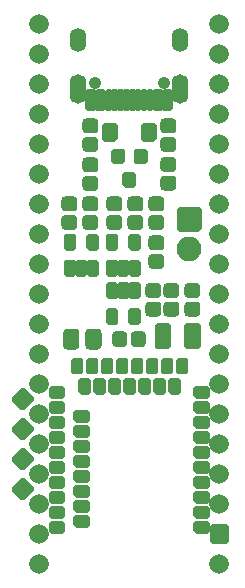
<source format=gbr>
G04 #@! TF.GenerationSoftware,KiCad,Pcbnew,(5.1.8)-1*
G04 #@! TF.CreationDate,2021-04-26T09:33:22+02:00*
G04 #@! TF.ProjectId,BlueMacro,426c7565-4d61-4637-926f-2e6b69636164,rev?*
G04 #@! TF.SameCoordinates,Original*
G04 #@! TF.FileFunction,Soldermask,Top*
G04 #@! TF.FilePolarity,Negative*
%FSLAX46Y46*%
G04 Gerber Fmt 4.6, Leading zero omitted, Abs format (unit mm)*
G04 Created by KiCad (PCBNEW (5.1.8)-1) date 2021-04-26 09:33:22*
%MOMM*%
%LPD*%
G01*
G04 APERTURE LIST*
%ADD10C,1.670000*%
%ADD11O,2.100000X2.100000*%
%ADD12O,1.400000X2.000000*%
%ADD13O,1.400000X2.500000*%
%ADD14C,1.050000*%
G04 APERTURE END LIST*
D10*
X55880000Y-27940000D03*
X40640000Y-27940000D03*
X55880000Y-73660000D03*
X40640000Y-73660000D03*
X40640000Y-71120000D03*
X40640000Y-68580000D03*
X40640000Y-66040000D03*
X40640000Y-63500000D03*
X40640000Y-60960000D03*
X40640000Y-53340000D03*
X40640000Y-50800000D03*
X40640000Y-48260000D03*
X40640000Y-55880000D03*
X40640000Y-58420000D03*
G36*
G01*
X56505000Y-71945000D02*
X55255000Y-71945000D01*
G75*
G02*
X55055000Y-71745000I0J200000D01*
G01*
X55055000Y-70495000D01*
G75*
G02*
X55255000Y-70295000I200000J0D01*
G01*
X56505000Y-70295000D01*
G75*
G02*
X56705000Y-70495000I0J-200000D01*
G01*
X56705000Y-71745000D01*
G75*
G02*
X56505000Y-71945000I-200000J0D01*
G01*
G37*
X55880000Y-68580000D03*
X55880000Y-66040000D03*
X55880000Y-63500000D03*
X55880000Y-60960000D03*
X55880000Y-58420000D03*
X55880000Y-55880000D03*
X55880000Y-53340000D03*
X55880000Y-50800000D03*
X55880000Y-48260000D03*
X55880000Y-45720000D03*
X55880000Y-43180000D03*
X40640000Y-45720000D03*
X40640000Y-43180000D03*
X40640000Y-40640000D03*
X40640000Y-38100000D03*
X40640000Y-35560000D03*
X40640000Y-33020000D03*
X40640000Y-30480000D03*
X55880000Y-30480000D03*
X55880000Y-33020000D03*
X55880000Y-35560000D03*
X55880000Y-38100000D03*
X55880000Y-40640000D03*
G36*
G01*
X45960000Y-37684000D02*
X45960000Y-36484000D01*
G75*
G02*
X46160000Y-36284000I200000J0D01*
G01*
X47060000Y-36284000D01*
G75*
G02*
X47260000Y-36484000I0J-200000D01*
G01*
X47260000Y-37684000D01*
G75*
G02*
X47060000Y-37884000I-200000J0D01*
G01*
X46160000Y-37884000D01*
G75*
G02*
X45960000Y-37684000I0J200000D01*
G01*
G37*
G36*
G01*
X49260000Y-37684000D02*
X49260000Y-36484000D01*
G75*
G02*
X49460000Y-36284000I200000J0D01*
G01*
X50360000Y-36284000D01*
G75*
G02*
X50560000Y-36484000I0J-200000D01*
G01*
X50560000Y-37684000D01*
G75*
G02*
X50360000Y-37884000I-200000J0D01*
G01*
X49460000Y-37884000D01*
G75*
G02*
X49260000Y-37684000I0J200000D01*
G01*
G37*
G36*
G01*
X52290000Y-45300000D02*
X52290000Y-43600000D01*
G75*
G02*
X52490000Y-43400000I200000J0D01*
G01*
X54190000Y-43400000D01*
G75*
G02*
X54390000Y-43600000I0J-200000D01*
G01*
X54390000Y-45300000D01*
G75*
G02*
X54190000Y-45500000I-200000J0D01*
G01*
X52490000Y-45500000D01*
G75*
G02*
X52290000Y-45300000I0J200000D01*
G01*
G37*
D11*
X53340000Y-46990000D03*
D12*
X43940000Y-29270000D03*
X52580000Y-29270000D03*
D13*
X43940000Y-33450000D03*
X52580000Y-33450000D03*
D14*
X51150000Y-32920000D03*
X45370000Y-32920000D03*
G36*
G01*
X48860000Y-33640000D02*
X48860000Y-35090000D01*
G75*
G02*
X48660000Y-35290000I-200000J0D01*
G01*
X48360000Y-35290000D01*
G75*
G02*
X48160000Y-35090000I0J200000D01*
G01*
X48160000Y-33640000D01*
G75*
G02*
X48360000Y-33440000I200000J0D01*
G01*
X48660000Y-33440000D01*
G75*
G02*
X48860000Y-33640000I0J-200000D01*
G01*
G37*
G36*
G01*
X48360000Y-33640000D02*
X48360000Y-35090000D01*
G75*
G02*
X48160000Y-35290000I-200000J0D01*
G01*
X47860000Y-35290000D01*
G75*
G02*
X47660000Y-35090000I0J200000D01*
G01*
X47660000Y-33640000D01*
G75*
G02*
X47860000Y-33440000I200000J0D01*
G01*
X48160000Y-33440000D01*
G75*
G02*
X48360000Y-33640000I0J-200000D01*
G01*
G37*
G36*
G01*
X47860000Y-33640000D02*
X47860000Y-35090000D01*
G75*
G02*
X47660000Y-35290000I-200000J0D01*
G01*
X47360000Y-35290000D01*
G75*
G02*
X47160000Y-35090000I0J200000D01*
G01*
X47160000Y-33640000D01*
G75*
G02*
X47360000Y-33440000I200000J0D01*
G01*
X47660000Y-33440000D01*
G75*
G02*
X47860000Y-33640000I0J-200000D01*
G01*
G37*
G36*
G01*
X49360000Y-33640000D02*
X49360000Y-35090000D01*
G75*
G02*
X49160000Y-35290000I-200000J0D01*
G01*
X48860000Y-35290000D01*
G75*
G02*
X48660000Y-35090000I0J200000D01*
G01*
X48660000Y-33640000D01*
G75*
G02*
X48860000Y-33440000I200000J0D01*
G01*
X49160000Y-33440000D01*
G75*
G02*
X49360000Y-33640000I0J-200000D01*
G01*
G37*
G36*
G01*
X47360000Y-33640000D02*
X47360000Y-35090000D01*
G75*
G02*
X47160000Y-35290000I-200000J0D01*
G01*
X46860000Y-35290000D01*
G75*
G02*
X46660000Y-35090000I0J200000D01*
G01*
X46660000Y-33640000D01*
G75*
G02*
X46860000Y-33440000I200000J0D01*
G01*
X47160000Y-33440000D01*
G75*
G02*
X47360000Y-33640000I0J-200000D01*
G01*
G37*
G36*
G01*
X49860000Y-33640000D02*
X49860000Y-35090000D01*
G75*
G02*
X49660000Y-35290000I-200000J0D01*
G01*
X49360000Y-35290000D01*
G75*
G02*
X49160000Y-35090000I0J200000D01*
G01*
X49160000Y-33640000D01*
G75*
G02*
X49360000Y-33440000I200000J0D01*
G01*
X49660000Y-33440000D01*
G75*
G02*
X49860000Y-33640000I0J-200000D01*
G01*
G37*
G36*
G01*
X46860000Y-33640000D02*
X46860000Y-35090000D01*
G75*
G02*
X46660000Y-35290000I-200000J0D01*
G01*
X46360000Y-35290000D01*
G75*
G02*
X46160000Y-35090000I0J200000D01*
G01*
X46160000Y-33640000D01*
G75*
G02*
X46360000Y-33440000I200000J0D01*
G01*
X46660000Y-33440000D01*
G75*
G02*
X46860000Y-33640000I0J-200000D01*
G01*
G37*
G36*
G01*
X50360000Y-33640000D02*
X50360000Y-35090000D01*
G75*
G02*
X50160000Y-35290000I-200000J0D01*
G01*
X49860000Y-35290000D01*
G75*
G02*
X49660000Y-35090000I0J200000D01*
G01*
X49660000Y-33640000D01*
G75*
G02*
X49860000Y-33440000I200000J0D01*
G01*
X50160000Y-33440000D01*
G75*
G02*
X50360000Y-33640000I0J-200000D01*
G01*
G37*
G36*
G01*
X51210000Y-33640000D02*
X51210000Y-35090000D01*
G75*
G02*
X51010000Y-35290000I-200000J0D01*
G01*
X50410000Y-35290000D01*
G75*
G02*
X50210000Y-35090000I0J200000D01*
G01*
X50210000Y-33640000D01*
G75*
G02*
X50410000Y-33440000I200000J0D01*
G01*
X51010000Y-33440000D01*
G75*
G02*
X51210000Y-33640000I0J-200000D01*
G01*
G37*
G36*
G01*
X46310000Y-33640000D02*
X46310000Y-35090000D01*
G75*
G02*
X46110000Y-35290000I-200000J0D01*
G01*
X45510000Y-35290000D01*
G75*
G02*
X45310000Y-35090000I0J200000D01*
G01*
X45310000Y-33640000D01*
G75*
G02*
X45510000Y-33440000I200000J0D01*
G01*
X46110000Y-33440000D01*
G75*
G02*
X46310000Y-33640000I0J-200000D01*
G01*
G37*
G36*
G01*
X51985000Y-33640000D02*
X51985000Y-35090000D01*
G75*
G02*
X51785000Y-35290000I-200000J0D01*
G01*
X51185000Y-35290000D01*
G75*
G02*
X50985000Y-35090000I0J200000D01*
G01*
X50985000Y-33640000D01*
G75*
G02*
X51185000Y-33440000I200000J0D01*
G01*
X51785000Y-33440000D01*
G75*
G02*
X51985000Y-33640000I0J-200000D01*
G01*
G37*
G36*
G01*
X45535000Y-33640000D02*
X45535000Y-35090000D01*
G75*
G02*
X45335000Y-35290000I-200000J0D01*
G01*
X44735000Y-35290000D01*
G75*
G02*
X44535000Y-35090000I0J200000D01*
G01*
X44535000Y-33640000D01*
G75*
G02*
X44735000Y-33440000I200000J0D01*
G01*
X45335000Y-33440000D01*
G75*
G02*
X45535000Y-33640000I0J-200000D01*
G01*
G37*
G36*
G01*
X42649500Y-55166250D02*
X42649500Y-54053750D01*
G75*
G02*
X42993250Y-53710000I343750J0D01*
G01*
X43680750Y-53710000D01*
G75*
G02*
X44024500Y-54053750I0J-343750D01*
G01*
X44024500Y-55166250D01*
G75*
G02*
X43680750Y-55510000I-343750J0D01*
G01*
X42993250Y-55510000D01*
G75*
G02*
X42649500Y-55166250I0J343750D01*
G01*
G37*
G36*
G01*
X44524500Y-55166250D02*
X44524500Y-54053750D01*
G75*
G02*
X44868250Y-53710000I343750J0D01*
G01*
X45555750Y-53710000D01*
G75*
G02*
X45899500Y-54053750I0J-343750D01*
G01*
X45899500Y-55166250D01*
G75*
G02*
X45555750Y-55510000I-343750J0D01*
G01*
X44868250Y-55510000D01*
G75*
G02*
X44524500Y-55166250I0J343750D01*
G01*
G37*
G36*
G01*
X48810000Y-38482000D02*
X49610000Y-38482000D01*
G75*
G02*
X49810000Y-38682000I0J-200000D01*
G01*
X49810000Y-39582000D01*
G75*
G02*
X49610000Y-39782000I-200000J0D01*
G01*
X48810000Y-39782000D01*
G75*
G02*
X48610000Y-39582000I0J200000D01*
G01*
X48610000Y-38682000D01*
G75*
G02*
X48810000Y-38482000I200000J0D01*
G01*
G37*
G36*
G01*
X46910000Y-38482000D02*
X47710000Y-38482000D01*
G75*
G02*
X47910000Y-38682000I0J-200000D01*
G01*
X47910000Y-39582000D01*
G75*
G02*
X47710000Y-39782000I-200000J0D01*
G01*
X46910000Y-39782000D01*
G75*
G02*
X46710000Y-39582000I0J200000D01*
G01*
X46710000Y-38682000D01*
G75*
G02*
X46910000Y-38482000I200000J0D01*
G01*
G37*
G36*
G01*
X47860000Y-40482000D02*
X48660000Y-40482000D01*
G75*
G02*
X48860000Y-40682000I0J-200000D01*
G01*
X48860000Y-41582000D01*
G75*
G02*
X48660000Y-41782000I-200000J0D01*
G01*
X47860000Y-41782000D01*
G75*
G02*
X47660000Y-41582000I0J200000D01*
G01*
X47660000Y-40682000D01*
G75*
G02*
X47860000Y-40482000I200000J0D01*
G01*
G37*
G36*
G01*
X47127000Y-47128000D02*
X46477000Y-47128000D01*
G75*
G02*
X46277000Y-46928000I0J200000D01*
G01*
X46277000Y-45868000D01*
G75*
G02*
X46477000Y-45668000I200000J0D01*
G01*
X47127000Y-45668000D01*
G75*
G02*
X47327000Y-45868000I0J-200000D01*
G01*
X47327000Y-46928000D01*
G75*
G02*
X47127000Y-47128000I-200000J0D01*
G01*
G37*
G36*
G01*
X49027000Y-47128000D02*
X48377000Y-47128000D01*
G75*
G02*
X48177000Y-46928000I0J200000D01*
G01*
X48177000Y-45868000D01*
G75*
G02*
X48377000Y-45668000I200000J0D01*
G01*
X49027000Y-45668000D01*
G75*
G02*
X49227000Y-45868000I0J-200000D01*
G01*
X49227000Y-46928000D01*
G75*
G02*
X49027000Y-47128000I-200000J0D01*
G01*
G37*
G36*
G01*
X49027000Y-49328000D02*
X48377000Y-49328000D01*
G75*
G02*
X48177000Y-49128000I0J200000D01*
G01*
X48177000Y-48068000D01*
G75*
G02*
X48377000Y-47868000I200000J0D01*
G01*
X49027000Y-47868000D01*
G75*
G02*
X49227000Y-48068000I0J-200000D01*
G01*
X49227000Y-49128000D01*
G75*
G02*
X49027000Y-49328000I-200000J0D01*
G01*
G37*
G36*
G01*
X48077000Y-49328000D02*
X47427000Y-49328000D01*
G75*
G02*
X47227000Y-49128000I0J200000D01*
G01*
X47227000Y-48068000D01*
G75*
G02*
X47427000Y-47868000I200000J0D01*
G01*
X48077000Y-47868000D01*
G75*
G02*
X48277000Y-48068000I0J-200000D01*
G01*
X48277000Y-49128000D01*
G75*
G02*
X48077000Y-49328000I-200000J0D01*
G01*
G37*
G36*
G01*
X47127000Y-49328000D02*
X46477000Y-49328000D01*
G75*
G02*
X46277000Y-49128000I0J200000D01*
G01*
X46277000Y-48068000D01*
G75*
G02*
X46477000Y-47868000I200000J0D01*
G01*
X47127000Y-47868000D01*
G75*
G02*
X47327000Y-48068000I0J-200000D01*
G01*
X47327000Y-49128000D01*
G75*
G02*
X47127000Y-49328000I-200000J0D01*
G01*
G37*
G36*
G01*
X48377000Y-49775000D02*
X49027000Y-49775000D01*
G75*
G02*
X49227000Y-49975000I0J-200000D01*
G01*
X49227000Y-51035000D01*
G75*
G02*
X49027000Y-51235000I-200000J0D01*
G01*
X48377000Y-51235000D01*
G75*
G02*
X48177000Y-51035000I0J200000D01*
G01*
X48177000Y-49975000D01*
G75*
G02*
X48377000Y-49775000I200000J0D01*
G01*
G37*
G36*
G01*
X47427000Y-49775000D02*
X48077000Y-49775000D01*
G75*
G02*
X48277000Y-49975000I0J-200000D01*
G01*
X48277000Y-51035000D01*
G75*
G02*
X48077000Y-51235000I-200000J0D01*
G01*
X47427000Y-51235000D01*
G75*
G02*
X47227000Y-51035000I0J200000D01*
G01*
X47227000Y-49975000D01*
G75*
G02*
X47427000Y-49775000I200000J0D01*
G01*
G37*
G36*
G01*
X46477000Y-49775000D02*
X47127000Y-49775000D01*
G75*
G02*
X47327000Y-49975000I0J-200000D01*
G01*
X47327000Y-51035000D01*
G75*
G02*
X47127000Y-51235000I-200000J0D01*
G01*
X46477000Y-51235000D01*
G75*
G02*
X46277000Y-51035000I0J200000D01*
G01*
X46277000Y-49975000D01*
G75*
G02*
X46477000Y-49775000I200000J0D01*
G01*
G37*
G36*
G01*
X46477000Y-51975000D02*
X47127000Y-51975000D01*
G75*
G02*
X47327000Y-52175000I0J-200000D01*
G01*
X47327000Y-53235000D01*
G75*
G02*
X47127000Y-53435000I-200000J0D01*
G01*
X46477000Y-53435000D01*
G75*
G02*
X46277000Y-53235000I0J200000D01*
G01*
X46277000Y-52175000D01*
G75*
G02*
X46477000Y-51975000I200000J0D01*
G01*
G37*
G36*
G01*
X48377000Y-51975000D02*
X49027000Y-51975000D01*
G75*
G02*
X49227000Y-52175000I0J-200000D01*
G01*
X49227000Y-53235000D01*
G75*
G02*
X49027000Y-53435000I-200000J0D01*
G01*
X48377000Y-53435000D01*
G75*
G02*
X48177000Y-53235000I0J200000D01*
G01*
X48177000Y-52175000D01*
G75*
G02*
X48377000Y-51975000I200000J0D01*
G01*
G37*
G36*
G01*
X52894000Y-55256000D02*
X52894000Y-53456000D01*
G75*
G02*
X53094000Y-53256000I200000J0D01*
G01*
X54094000Y-53256000D01*
G75*
G02*
X54294000Y-53456000I0J-200000D01*
G01*
X54294000Y-55256000D01*
G75*
G02*
X54094000Y-55456000I-200000J0D01*
G01*
X53094000Y-55456000D01*
G75*
G02*
X52894000Y-55256000I0J200000D01*
G01*
G37*
G36*
G01*
X50394000Y-55256000D02*
X50394000Y-53456000D01*
G75*
G02*
X50594000Y-53256000I200000J0D01*
G01*
X51594000Y-53256000D01*
G75*
G02*
X51794000Y-53456000I0J-200000D01*
G01*
X51794000Y-55256000D01*
G75*
G02*
X51594000Y-55456000I-200000J0D01*
G01*
X50594000Y-55456000D01*
G75*
G02*
X50394000Y-55256000I0J200000D01*
G01*
G37*
G36*
G01*
X47758000Y-59107000D02*
X47758000Y-58107000D01*
G75*
G02*
X47958000Y-57907000I200000J0D01*
G01*
X48608000Y-57907000D01*
G75*
G02*
X48808000Y-58107000I0J-200000D01*
G01*
X48808000Y-59107000D01*
G75*
G02*
X48608000Y-59307000I-200000J0D01*
G01*
X47958000Y-59307000D01*
G75*
G02*
X47758000Y-59107000I0J200000D01*
G01*
G37*
G36*
G01*
X43948000Y-59107000D02*
X43948000Y-58107000D01*
G75*
G02*
X44148000Y-57907000I200000J0D01*
G01*
X44798000Y-57907000D01*
G75*
G02*
X44998000Y-58107000I0J-200000D01*
G01*
X44998000Y-59107000D01*
G75*
G02*
X44798000Y-59307000I-200000J0D01*
G01*
X44148000Y-59307000D01*
G75*
G02*
X43948000Y-59107000I0J200000D01*
G01*
G37*
G36*
G01*
X45218000Y-59107000D02*
X45218000Y-58107000D01*
G75*
G02*
X45418000Y-57907000I200000J0D01*
G01*
X46068000Y-57907000D01*
G75*
G02*
X46268000Y-58107000I0J-200000D01*
G01*
X46268000Y-59107000D01*
G75*
G02*
X46068000Y-59307000I-200000J0D01*
G01*
X45418000Y-59307000D01*
G75*
G02*
X45218000Y-59107000I0J200000D01*
G01*
G37*
G36*
G01*
X49028000Y-59107000D02*
X49028000Y-58107000D01*
G75*
G02*
X49228000Y-57907000I200000J0D01*
G01*
X49878000Y-57907000D01*
G75*
G02*
X50078000Y-58107000I0J-200000D01*
G01*
X50078000Y-59107000D01*
G75*
G02*
X49878000Y-59307000I-200000J0D01*
G01*
X49228000Y-59307000D01*
G75*
G02*
X49028000Y-59107000I0J200000D01*
G01*
G37*
G36*
G01*
X46488000Y-59107000D02*
X46488000Y-58107000D01*
G75*
G02*
X46688000Y-57907000I200000J0D01*
G01*
X47338000Y-57907000D01*
G75*
G02*
X47538000Y-58107000I0J-200000D01*
G01*
X47538000Y-59107000D01*
G75*
G02*
X47338000Y-59307000I-200000J0D01*
G01*
X46688000Y-59307000D01*
G75*
G02*
X46488000Y-59107000I0J200000D01*
G01*
G37*
G36*
G01*
X51568000Y-59107000D02*
X51568000Y-58107000D01*
G75*
G02*
X51768000Y-57907000I200000J0D01*
G01*
X52418000Y-57907000D01*
G75*
G02*
X52618000Y-58107000I0J-200000D01*
G01*
X52618000Y-59107000D01*
G75*
G02*
X52418000Y-59307000I-200000J0D01*
G01*
X51768000Y-59307000D01*
G75*
G02*
X51568000Y-59107000I0J200000D01*
G01*
G37*
G36*
G01*
X50298000Y-59107000D02*
X50298000Y-58107000D01*
G75*
G02*
X50498000Y-57907000I200000J0D01*
G01*
X51148000Y-57907000D01*
G75*
G02*
X51348000Y-58107000I0J-200000D01*
G01*
X51348000Y-59107000D01*
G75*
G02*
X51148000Y-59307000I-200000J0D01*
G01*
X50498000Y-59307000D01*
G75*
G02*
X50298000Y-59107000I0J200000D01*
G01*
G37*
G36*
G01*
X43719000Y-69512000D02*
X44719000Y-69512000D01*
G75*
G02*
X44919000Y-69712000I0J-200000D01*
G01*
X44919000Y-70362000D01*
G75*
G02*
X44719000Y-70562000I-200000J0D01*
G01*
X43719000Y-70562000D01*
G75*
G02*
X43519000Y-70362000I0J200000D01*
G01*
X43519000Y-69712000D01*
G75*
G02*
X43719000Y-69512000I200000J0D01*
G01*
G37*
G36*
G01*
X43719000Y-68242000D02*
X44719000Y-68242000D01*
G75*
G02*
X44919000Y-68442000I0J-200000D01*
G01*
X44919000Y-69092000D01*
G75*
G02*
X44719000Y-69292000I-200000J0D01*
G01*
X43719000Y-69292000D01*
G75*
G02*
X43519000Y-69092000I0J200000D01*
G01*
X43519000Y-68442000D01*
G75*
G02*
X43719000Y-68242000I200000J0D01*
G01*
G37*
G36*
G01*
X43719000Y-66972000D02*
X44719000Y-66972000D01*
G75*
G02*
X44919000Y-67172000I0J-200000D01*
G01*
X44919000Y-67822000D01*
G75*
G02*
X44719000Y-68022000I-200000J0D01*
G01*
X43719000Y-68022000D01*
G75*
G02*
X43519000Y-67822000I0J200000D01*
G01*
X43519000Y-67172000D01*
G75*
G02*
X43719000Y-66972000I200000J0D01*
G01*
G37*
G36*
G01*
X43719000Y-65702000D02*
X44719000Y-65702000D01*
G75*
G02*
X44919000Y-65902000I0J-200000D01*
G01*
X44919000Y-66552000D01*
G75*
G02*
X44719000Y-66752000I-200000J0D01*
G01*
X43719000Y-66752000D01*
G75*
G02*
X43519000Y-66552000I0J200000D01*
G01*
X43519000Y-65902000D01*
G75*
G02*
X43719000Y-65702000I200000J0D01*
G01*
G37*
G36*
G01*
X43719000Y-64432000D02*
X44719000Y-64432000D01*
G75*
G02*
X44919000Y-64632000I0J-200000D01*
G01*
X44919000Y-65282000D01*
G75*
G02*
X44719000Y-65482000I-200000J0D01*
G01*
X43719000Y-65482000D01*
G75*
G02*
X43519000Y-65282000I0J200000D01*
G01*
X43519000Y-64632000D01*
G75*
G02*
X43719000Y-64432000I200000J0D01*
G01*
G37*
G36*
G01*
X43719000Y-63162000D02*
X44719000Y-63162000D01*
G75*
G02*
X44919000Y-63362000I0J-200000D01*
G01*
X44919000Y-64012000D01*
G75*
G02*
X44719000Y-64212000I-200000J0D01*
G01*
X43719000Y-64212000D01*
G75*
G02*
X43519000Y-64012000I0J200000D01*
G01*
X43519000Y-63362000D01*
G75*
G02*
X43719000Y-63162000I200000J0D01*
G01*
G37*
G36*
G01*
X43719000Y-61892000D02*
X44719000Y-61892000D01*
G75*
G02*
X44919000Y-62092000I0J-200000D01*
G01*
X44919000Y-62742000D01*
G75*
G02*
X44719000Y-62942000I-200000J0D01*
G01*
X43719000Y-62942000D01*
G75*
G02*
X43519000Y-62742000I0J200000D01*
G01*
X43519000Y-62092000D01*
G75*
G02*
X43719000Y-61892000I200000J0D01*
G01*
G37*
G36*
G01*
X47125000Y-57396000D02*
X47125000Y-56396000D01*
G75*
G02*
X47325000Y-56196000I200000J0D01*
G01*
X47975000Y-56196000D01*
G75*
G02*
X48175000Y-56396000I0J-200000D01*
G01*
X48175000Y-57396000D01*
G75*
G02*
X47975000Y-57596000I-200000J0D01*
G01*
X47325000Y-57596000D01*
G75*
G02*
X47125000Y-57396000I0J200000D01*
G01*
G37*
G36*
G01*
X43315000Y-57396000D02*
X43315000Y-56396000D01*
G75*
G02*
X43515000Y-56196000I200000J0D01*
G01*
X44165000Y-56196000D01*
G75*
G02*
X44365000Y-56396000I0J-200000D01*
G01*
X44365000Y-57396000D01*
G75*
G02*
X44165000Y-57596000I-200000J0D01*
G01*
X43515000Y-57596000D01*
G75*
G02*
X43315000Y-57396000I0J200000D01*
G01*
G37*
G36*
G01*
X48395000Y-57396000D02*
X48395000Y-56396000D01*
G75*
G02*
X48595000Y-56196000I200000J0D01*
G01*
X49245000Y-56196000D01*
G75*
G02*
X49445000Y-56396000I0J-200000D01*
G01*
X49445000Y-57396000D01*
G75*
G02*
X49245000Y-57596000I-200000J0D01*
G01*
X48595000Y-57596000D01*
G75*
G02*
X48395000Y-57396000I0J200000D01*
G01*
G37*
G36*
G01*
X49665000Y-57396000D02*
X49665000Y-56396000D01*
G75*
G02*
X49865000Y-56196000I200000J0D01*
G01*
X50515000Y-56196000D01*
G75*
G02*
X50715000Y-56396000I0J-200000D01*
G01*
X50715000Y-57396000D01*
G75*
G02*
X50515000Y-57596000I-200000J0D01*
G01*
X49865000Y-57596000D01*
G75*
G02*
X49665000Y-57396000I0J200000D01*
G01*
G37*
G36*
G01*
X50935000Y-57396000D02*
X50935000Y-56396000D01*
G75*
G02*
X51135000Y-56196000I200000J0D01*
G01*
X51785000Y-56196000D01*
G75*
G02*
X51985000Y-56396000I0J-200000D01*
G01*
X51985000Y-57396000D01*
G75*
G02*
X51785000Y-57596000I-200000J0D01*
G01*
X51135000Y-57596000D01*
G75*
G02*
X50935000Y-57396000I0J200000D01*
G01*
G37*
G36*
G01*
X45855000Y-57396000D02*
X45855000Y-56396000D01*
G75*
G02*
X46055000Y-56196000I200000J0D01*
G01*
X46705000Y-56196000D01*
G75*
G02*
X46905000Y-56396000I0J-200000D01*
G01*
X46905000Y-57396000D01*
G75*
G02*
X46705000Y-57596000I-200000J0D01*
G01*
X46055000Y-57596000D01*
G75*
G02*
X45855000Y-57396000I0J200000D01*
G01*
G37*
G36*
G01*
X52205000Y-57396000D02*
X52205000Y-56396000D01*
G75*
G02*
X52405000Y-56196000I200000J0D01*
G01*
X53055000Y-56196000D01*
G75*
G02*
X53255000Y-56396000I0J-200000D01*
G01*
X53255000Y-57396000D01*
G75*
G02*
X53055000Y-57596000I-200000J0D01*
G01*
X52405000Y-57596000D01*
G75*
G02*
X52205000Y-57396000I0J200000D01*
G01*
G37*
G36*
G01*
X44585000Y-57396000D02*
X44585000Y-56396000D01*
G75*
G02*
X44785000Y-56196000I200000J0D01*
G01*
X45435000Y-56196000D01*
G75*
G02*
X45635000Y-56396000I0J-200000D01*
G01*
X45635000Y-57396000D01*
G75*
G02*
X45435000Y-57596000I-200000J0D01*
G01*
X44785000Y-57596000D01*
G75*
G02*
X44585000Y-57396000I0J200000D01*
G01*
G37*
G36*
G01*
X41641000Y-58590000D02*
X42641000Y-58590000D01*
G75*
G02*
X42841000Y-58790000I0J-200000D01*
G01*
X42841000Y-59440000D01*
G75*
G02*
X42641000Y-59640000I-200000J0D01*
G01*
X41641000Y-59640000D01*
G75*
G02*
X41441000Y-59440000I0J200000D01*
G01*
X41441000Y-58790000D01*
G75*
G02*
X41641000Y-58590000I200000J0D01*
G01*
G37*
G36*
G01*
X41641000Y-59860000D02*
X42641000Y-59860000D01*
G75*
G02*
X42841000Y-60060000I0J-200000D01*
G01*
X42841000Y-60710000D01*
G75*
G02*
X42641000Y-60910000I-200000J0D01*
G01*
X41641000Y-60910000D01*
G75*
G02*
X41441000Y-60710000I0J200000D01*
G01*
X41441000Y-60060000D01*
G75*
G02*
X41641000Y-59860000I200000J0D01*
G01*
G37*
G36*
G01*
X41641000Y-64940000D02*
X42641000Y-64940000D01*
G75*
G02*
X42841000Y-65140000I0J-200000D01*
G01*
X42841000Y-65790000D01*
G75*
G02*
X42641000Y-65990000I-200000J0D01*
G01*
X41641000Y-65990000D01*
G75*
G02*
X41441000Y-65790000I0J200000D01*
G01*
X41441000Y-65140000D01*
G75*
G02*
X41641000Y-64940000I200000J0D01*
G01*
G37*
G36*
G01*
X41641000Y-61130000D02*
X42641000Y-61130000D01*
G75*
G02*
X42841000Y-61330000I0J-200000D01*
G01*
X42841000Y-61980000D01*
G75*
G02*
X42641000Y-62180000I-200000J0D01*
G01*
X41641000Y-62180000D01*
G75*
G02*
X41441000Y-61980000I0J200000D01*
G01*
X41441000Y-61330000D01*
G75*
G02*
X41641000Y-61130000I200000J0D01*
G01*
G37*
G36*
G01*
X41641000Y-66210000D02*
X42641000Y-66210000D01*
G75*
G02*
X42841000Y-66410000I0J-200000D01*
G01*
X42841000Y-67060000D01*
G75*
G02*
X42641000Y-67260000I-200000J0D01*
G01*
X41641000Y-67260000D01*
G75*
G02*
X41441000Y-67060000I0J200000D01*
G01*
X41441000Y-66410000D01*
G75*
G02*
X41641000Y-66210000I200000J0D01*
G01*
G37*
G36*
G01*
X41641000Y-67480000D02*
X42641000Y-67480000D01*
G75*
G02*
X42841000Y-67680000I0J-200000D01*
G01*
X42841000Y-68330000D01*
G75*
G02*
X42641000Y-68530000I-200000J0D01*
G01*
X41641000Y-68530000D01*
G75*
G02*
X41441000Y-68330000I0J200000D01*
G01*
X41441000Y-67680000D01*
G75*
G02*
X41641000Y-67480000I200000J0D01*
G01*
G37*
G36*
G01*
X41641000Y-68750000D02*
X42641000Y-68750000D01*
G75*
G02*
X42841000Y-68950000I0J-200000D01*
G01*
X42841000Y-69600000D01*
G75*
G02*
X42641000Y-69800000I-200000J0D01*
G01*
X41641000Y-69800000D01*
G75*
G02*
X41441000Y-69600000I0J200000D01*
G01*
X41441000Y-68950000D01*
G75*
G02*
X41641000Y-68750000I200000J0D01*
G01*
G37*
G36*
G01*
X41641000Y-63670000D02*
X42641000Y-63670000D01*
G75*
G02*
X42841000Y-63870000I0J-200000D01*
G01*
X42841000Y-64520000D01*
G75*
G02*
X42641000Y-64720000I-200000J0D01*
G01*
X41641000Y-64720000D01*
G75*
G02*
X41441000Y-64520000I0J200000D01*
G01*
X41441000Y-63870000D01*
G75*
G02*
X41641000Y-63670000I200000J0D01*
G01*
G37*
G36*
G01*
X41641000Y-70020000D02*
X42641000Y-70020000D01*
G75*
G02*
X42841000Y-70220000I0J-200000D01*
G01*
X42841000Y-70870000D01*
G75*
G02*
X42641000Y-71070000I-200000J0D01*
G01*
X41641000Y-71070000D01*
G75*
G02*
X41441000Y-70870000I0J200000D01*
G01*
X41441000Y-70220000D01*
G75*
G02*
X41641000Y-70020000I200000J0D01*
G01*
G37*
G36*
G01*
X41641000Y-62400000D02*
X42641000Y-62400000D01*
G75*
G02*
X42841000Y-62600000I0J-200000D01*
G01*
X42841000Y-63250000D01*
G75*
G02*
X42641000Y-63450000I-200000J0D01*
G01*
X41641000Y-63450000D01*
G75*
G02*
X41441000Y-63250000I0J200000D01*
G01*
X41441000Y-62600000D01*
G75*
G02*
X41641000Y-62400000I200000J0D01*
G01*
G37*
G36*
G01*
X53879000Y-70020000D02*
X54879000Y-70020000D01*
G75*
G02*
X55079000Y-70220000I0J-200000D01*
G01*
X55079000Y-70870000D01*
G75*
G02*
X54879000Y-71070000I-200000J0D01*
G01*
X53879000Y-71070000D01*
G75*
G02*
X53679000Y-70870000I0J200000D01*
G01*
X53679000Y-70220000D01*
G75*
G02*
X53879000Y-70020000I200000J0D01*
G01*
G37*
G36*
G01*
X53879000Y-68750000D02*
X54879000Y-68750000D01*
G75*
G02*
X55079000Y-68950000I0J-200000D01*
G01*
X55079000Y-69600000D01*
G75*
G02*
X54879000Y-69800000I-200000J0D01*
G01*
X53879000Y-69800000D01*
G75*
G02*
X53679000Y-69600000I0J200000D01*
G01*
X53679000Y-68950000D01*
G75*
G02*
X53879000Y-68750000I200000J0D01*
G01*
G37*
G36*
G01*
X53879000Y-67480000D02*
X54879000Y-67480000D01*
G75*
G02*
X55079000Y-67680000I0J-200000D01*
G01*
X55079000Y-68330000D01*
G75*
G02*
X54879000Y-68530000I-200000J0D01*
G01*
X53879000Y-68530000D01*
G75*
G02*
X53679000Y-68330000I0J200000D01*
G01*
X53679000Y-67680000D01*
G75*
G02*
X53879000Y-67480000I200000J0D01*
G01*
G37*
G36*
G01*
X53879000Y-66210000D02*
X54879000Y-66210000D01*
G75*
G02*
X55079000Y-66410000I0J-200000D01*
G01*
X55079000Y-67060000D01*
G75*
G02*
X54879000Y-67260000I-200000J0D01*
G01*
X53879000Y-67260000D01*
G75*
G02*
X53679000Y-67060000I0J200000D01*
G01*
X53679000Y-66410000D01*
G75*
G02*
X53879000Y-66210000I200000J0D01*
G01*
G37*
G36*
G01*
X53879000Y-64940000D02*
X54879000Y-64940000D01*
G75*
G02*
X55079000Y-65140000I0J-200000D01*
G01*
X55079000Y-65790000D01*
G75*
G02*
X54879000Y-65990000I-200000J0D01*
G01*
X53879000Y-65990000D01*
G75*
G02*
X53679000Y-65790000I0J200000D01*
G01*
X53679000Y-65140000D01*
G75*
G02*
X53879000Y-64940000I200000J0D01*
G01*
G37*
G36*
G01*
X53879000Y-63670000D02*
X54879000Y-63670000D01*
G75*
G02*
X55079000Y-63870000I0J-200000D01*
G01*
X55079000Y-64520000D01*
G75*
G02*
X54879000Y-64720000I-200000J0D01*
G01*
X53879000Y-64720000D01*
G75*
G02*
X53679000Y-64520000I0J200000D01*
G01*
X53679000Y-63870000D01*
G75*
G02*
X53879000Y-63670000I200000J0D01*
G01*
G37*
G36*
G01*
X53879000Y-62400000D02*
X54879000Y-62400000D01*
G75*
G02*
X55079000Y-62600000I0J-200000D01*
G01*
X55079000Y-63250000D01*
G75*
G02*
X54879000Y-63450000I-200000J0D01*
G01*
X53879000Y-63450000D01*
G75*
G02*
X53679000Y-63250000I0J200000D01*
G01*
X53679000Y-62600000D01*
G75*
G02*
X53879000Y-62400000I200000J0D01*
G01*
G37*
G36*
G01*
X53879000Y-61130000D02*
X54879000Y-61130000D01*
G75*
G02*
X55079000Y-61330000I0J-200000D01*
G01*
X55079000Y-61980000D01*
G75*
G02*
X54879000Y-62180000I-200000J0D01*
G01*
X53879000Y-62180000D01*
G75*
G02*
X53679000Y-61980000I0J200000D01*
G01*
X53679000Y-61330000D01*
G75*
G02*
X53879000Y-61130000I200000J0D01*
G01*
G37*
G36*
G01*
X53879000Y-59860000D02*
X54879000Y-59860000D01*
G75*
G02*
X55079000Y-60060000I0J-200000D01*
G01*
X55079000Y-60710000D01*
G75*
G02*
X54879000Y-60910000I-200000J0D01*
G01*
X53879000Y-60910000D01*
G75*
G02*
X53679000Y-60710000I0J200000D01*
G01*
X53679000Y-60060000D01*
G75*
G02*
X53879000Y-59860000I200000J0D01*
G01*
G37*
G36*
G01*
X53879000Y-58590000D02*
X54879000Y-58590000D01*
G75*
G02*
X55079000Y-58790000I0J-200000D01*
G01*
X55079000Y-59440000D01*
G75*
G02*
X54879000Y-59640000I-200000J0D01*
G01*
X53879000Y-59640000D01*
G75*
G02*
X53679000Y-59440000I0J200000D01*
G01*
X53679000Y-58790000D01*
G75*
G02*
X53879000Y-58590000I200000J0D01*
G01*
G37*
G36*
G01*
X43719000Y-60622000D02*
X44719000Y-60622000D01*
G75*
G02*
X44919000Y-60822000I0J-200000D01*
G01*
X44919000Y-61472000D01*
G75*
G02*
X44719000Y-61672000I-200000J0D01*
G01*
X43719000Y-61672000D01*
G75*
G02*
X43519000Y-61472000I0J200000D01*
G01*
X43519000Y-60822000D01*
G75*
G02*
X43719000Y-60622000I200000J0D01*
G01*
G37*
G36*
G01*
X39101579Y-60609238D02*
X38323762Y-59831421D01*
G75*
G02*
X38323762Y-59548579I141421J141421D01*
G01*
X39101579Y-58770762D01*
G75*
G02*
X39384421Y-58770762I141421J-141421D01*
G01*
X40162238Y-59548579D01*
G75*
G02*
X40162238Y-59831421I-141421J-141421D01*
G01*
X39384421Y-60609238D01*
G75*
G02*
X39101579Y-60609238I-141421J141421D01*
G01*
G37*
G36*
G01*
X39101579Y-63149238D02*
X38323762Y-62371421D01*
G75*
G02*
X38323762Y-62088579I141421J141421D01*
G01*
X39101579Y-61310762D01*
G75*
G02*
X39384421Y-61310762I141421J-141421D01*
G01*
X40162238Y-62088579D01*
G75*
G02*
X40162238Y-62371421I-141421J-141421D01*
G01*
X39384421Y-63149238D01*
G75*
G02*
X39101579Y-63149238I-141421J141421D01*
G01*
G37*
G36*
G01*
X39101579Y-65689238D02*
X38323762Y-64911421D01*
G75*
G02*
X38323762Y-64628579I141421J141421D01*
G01*
X39101579Y-63850762D01*
G75*
G02*
X39384421Y-63850762I141421J-141421D01*
G01*
X40162238Y-64628579D01*
G75*
G02*
X40162238Y-64911421I-141421J-141421D01*
G01*
X39384421Y-65689238D01*
G75*
G02*
X39101579Y-65689238I-141421J141421D01*
G01*
G37*
G36*
G01*
X39101579Y-68229238D02*
X38323762Y-67451421D01*
G75*
G02*
X38323762Y-67168579I141421J141421D01*
G01*
X39101579Y-66390762D01*
G75*
G02*
X39384421Y-66390762I141421J-141421D01*
G01*
X40162238Y-67168579D01*
G75*
G02*
X40162238Y-67451421I-141421J-141421D01*
G01*
X39384421Y-68229238D01*
G75*
G02*
X39101579Y-68229238I-141421J141421D01*
G01*
G37*
G36*
G01*
X43571000Y-49328000D02*
X42921000Y-49328000D01*
G75*
G02*
X42721000Y-49128000I0J200000D01*
G01*
X42721000Y-48068000D01*
G75*
G02*
X42921000Y-47868000I200000J0D01*
G01*
X43571000Y-47868000D01*
G75*
G02*
X43771000Y-48068000I0J-200000D01*
G01*
X43771000Y-49128000D01*
G75*
G02*
X43571000Y-49328000I-200000J0D01*
G01*
G37*
G36*
G01*
X44521000Y-49328000D02*
X43871000Y-49328000D01*
G75*
G02*
X43671000Y-49128000I0J200000D01*
G01*
X43671000Y-48068000D01*
G75*
G02*
X43871000Y-47868000I200000J0D01*
G01*
X44521000Y-47868000D01*
G75*
G02*
X44721000Y-48068000I0J-200000D01*
G01*
X44721000Y-49128000D01*
G75*
G02*
X44521000Y-49328000I-200000J0D01*
G01*
G37*
G36*
G01*
X45471000Y-49328000D02*
X44821000Y-49328000D01*
G75*
G02*
X44621000Y-49128000I0J200000D01*
G01*
X44621000Y-48068000D01*
G75*
G02*
X44821000Y-47868000I200000J0D01*
G01*
X45471000Y-47868000D01*
G75*
G02*
X45671000Y-48068000I0J-200000D01*
G01*
X45671000Y-49128000D01*
G75*
G02*
X45471000Y-49328000I-200000J0D01*
G01*
G37*
G36*
G01*
X45471000Y-47128000D02*
X44821000Y-47128000D01*
G75*
G02*
X44621000Y-46928000I0J200000D01*
G01*
X44621000Y-45868000D01*
G75*
G02*
X44821000Y-45668000I200000J0D01*
G01*
X45471000Y-45668000D01*
G75*
G02*
X45671000Y-45868000I0J-200000D01*
G01*
X45671000Y-46928000D01*
G75*
G02*
X45471000Y-47128000I-200000J0D01*
G01*
G37*
G36*
G01*
X43571000Y-47128000D02*
X42921000Y-47128000D01*
G75*
G02*
X42721000Y-46928000I0J200000D01*
G01*
X42721000Y-45868000D01*
G75*
G02*
X42921000Y-45668000I200000J0D01*
G01*
X43571000Y-45668000D01*
G75*
G02*
X43771000Y-45868000I0J-200000D01*
G01*
X43771000Y-46928000D01*
G75*
G02*
X43571000Y-47128000I-200000J0D01*
G01*
G37*
G36*
G01*
X53950250Y-51132500D02*
X53237750Y-51132500D01*
G75*
G02*
X52919000Y-50813750I0J318750D01*
G01*
X52919000Y-50176250D01*
G75*
G02*
X53237750Y-49857500I318750J0D01*
G01*
X53950250Y-49857500D01*
G75*
G02*
X54269000Y-50176250I0J-318750D01*
G01*
X54269000Y-50813750D01*
G75*
G02*
X53950250Y-51132500I-318750J0D01*
G01*
G37*
G36*
G01*
X53950250Y-52707500D02*
X53237750Y-52707500D01*
G75*
G02*
X52919000Y-52388750I0J318750D01*
G01*
X52919000Y-51751250D01*
G75*
G02*
X53237750Y-51432500I318750J0D01*
G01*
X53950250Y-51432500D01*
G75*
G02*
X54269000Y-51751250I0J-318750D01*
G01*
X54269000Y-52388750D01*
G75*
G02*
X53950250Y-52707500I-318750J0D01*
G01*
G37*
G36*
G01*
X52172250Y-52707500D02*
X51459750Y-52707500D01*
G75*
G02*
X51141000Y-52388750I0J318750D01*
G01*
X51141000Y-51751250D01*
G75*
G02*
X51459750Y-51432500I318750J0D01*
G01*
X52172250Y-51432500D01*
G75*
G02*
X52491000Y-51751250I0J-318750D01*
G01*
X52491000Y-52388750D01*
G75*
G02*
X52172250Y-52707500I-318750J0D01*
G01*
G37*
G36*
G01*
X52172250Y-51132500D02*
X51459750Y-51132500D01*
G75*
G02*
X51141000Y-50813750I0J318750D01*
G01*
X51141000Y-50176250D01*
G75*
G02*
X51459750Y-49857500I318750J0D01*
G01*
X52172250Y-49857500D01*
G75*
G02*
X52491000Y-50176250I0J-318750D01*
G01*
X52491000Y-50813750D01*
G75*
G02*
X52172250Y-51132500I-318750J0D01*
G01*
G37*
G36*
G01*
X49935750Y-49857500D02*
X50648250Y-49857500D01*
G75*
G02*
X50967000Y-50176250I0J-318750D01*
G01*
X50967000Y-50813750D01*
G75*
G02*
X50648250Y-51132500I-318750J0D01*
G01*
X49935750Y-51132500D01*
G75*
G02*
X49617000Y-50813750I0J318750D01*
G01*
X49617000Y-50176250D01*
G75*
G02*
X49935750Y-49857500I318750J0D01*
G01*
G37*
G36*
G01*
X49935750Y-51432500D02*
X50648250Y-51432500D01*
G75*
G02*
X50967000Y-51751250I0J-318750D01*
G01*
X50967000Y-52388750D01*
G75*
G02*
X50648250Y-52707500I-318750J0D01*
G01*
X49935750Y-52707500D01*
G75*
G02*
X49617000Y-52388750I0J318750D01*
G01*
X49617000Y-51751250D01*
G75*
G02*
X49935750Y-51432500I318750J0D01*
G01*
G37*
G36*
G01*
X50902250Y-45367000D02*
X50189750Y-45367000D01*
G75*
G02*
X49871000Y-45048250I0J318750D01*
G01*
X49871000Y-44410750D01*
G75*
G02*
X50189750Y-44092000I318750J0D01*
G01*
X50902250Y-44092000D01*
G75*
G02*
X51221000Y-44410750I0J-318750D01*
G01*
X51221000Y-45048250D01*
G75*
G02*
X50902250Y-45367000I-318750J0D01*
G01*
G37*
G36*
G01*
X50902250Y-43792000D02*
X50189750Y-43792000D01*
G75*
G02*
X49871000Y-43473250I0J318750D01*
G01*
X49871000Y-42835750D01*
G75*
G02*
X50189750Y-42517000I318750J0D01*
G01*
X50902250Y-42517000D01*
G75*
G02*
X51221000Y-42835750I0J-318750D01*
G01*
X51221000Y-43473250D01*
G75*
G02*
X50902250Y-43792000I-318750J0D01*
G01*
G37*
G36*
G01*
X48084500Y-54253750D02*
X48084500Y-54966250D01*
G75*
G02*
X47765750Y-55285000I-318750J0D01*
G01*
X47128250Y-55285000D01*
G75*
G02*
X46809500Y-54966250I0J318750D01*
G01*
X46809500Y-54253750D01*
G75*
G02*
X47128250Y-53935000I318750J0D01*
G01*
X47765750Y-53935000D01*
G75*
G02*
X48084500Y-54253750I0J-318750D01*
G01*
G37*
G36*
G01*
X49659500Y-54253750D02*
X49659500Y-54966250D01*
G75*
G02*
X49340750Y-55285000I-318750J0D01*
G01*
X48703250Y-55285000D01*
G75*
G02*
X48384500Y-54966250I0J318750D01*
G01*
X48384500Y-54253750D01*
G75*
G02*
X48703250Y-53935000I318750J0D01*
G01*
X49340750Y-53935000D01*
G75*
G02*
X49659500Y-54253750I0J-318750D01*
G01*
G37*
G36*
G01*
X47346250Y-43792000D02*
X46633750Y-43792000D01*
G75*
G02*
X46315000Y-43473250I0J318750D01*
G01*
X46315000Y-42835750D01*
G75*
G02*
X46633750Y-42517000I318750J0D01*
G01*
X47346250Y-42517000D01*
G75*
G02*
X47665000Y-42835750I0J-318750D01*
G01*
X47665000Y-43473250D01*
G75*
G02*
X47346250Y-43792000I-318750J0D01*
G01*
G37*
G36*
G01*
X47346250Y-45367000D02*
X46633750Y-45367000D01*
G75*
G02*
X46315000Y-45048250I0J318750D01*
G01*
X46315000Y-44410750D01*
G75*
G02*
X46633750Y-44092000I318750J0D01*
G01*
X47346250Y-44092000D01*
G75*
G02*
X47665000Y-44410750I0J-318750D01*
G01*
X47665000Y-45048250D01*
G75*
G02*
X47346250Y-45367000I-318750J0D01*
G01*
G37*
G36*
G01*
X45314250Y-42065000D02*
X44601750Y-42065000D01*
G75*
G02*
X44283000Y-41746250I0J318750D01*
G01*
X44283000Y-41108750D01*
G75*
G02*
X44601750Y-40790000I318750J0D01*
G01*
X45314250Y-40790000D01*
G75*
G02*
X45633000Y-41108750I0J-318750D01*
G01*
X45633000Y-41746250D01*
G75*
G02*
X45314250Y-42065000I-318750J0D01*
G01*
G37*
G36*
G01*
X45314250Y-40490000D02*
X44601750Y-40490000D01*
G75*
G02*
X44283000Y-40171250I0J318750D01*
G01*
X44283000Y-39533750D01*
G75*
G02*
X44601750Y-39215000I318750J0D01*
G01*
X45314250Y-39215000D01*
G75*
G02*
X45633000Y-39533750I0J-318750D01*
G01*
X45633000Y-40171250D01*
G75*
G02*
X45314250Y-40490000I-318750J0D01*
G01*
G37*
G36*
G01*
X51205750Y-39189500D02*
X51918250Y-39189500D01*
G75*
G02*
X52237000Y-39508250I0J-318750D01*
G01*
X52237000Y-40145750D01*
G75*
G02*
X51918250Y-40464500I-318750J0D01*
G01*
X51205750Y-40464500D01*
G75*
G02*
X50887000Y-40145750I0J318750D01*
G01*
X50887000Y-39508250D01*
G75*
G02*
X51205750Y-39189500I318750J0D01*
G01*
G37*
G36*
G01*
X51205750Y-40764500D02*
X51918250Y-40764500D01*
G75*
G02*
X52237000Y-41083250I0J-318750D01*
G01*
X52237000Y-41720750D01*
G75*
G02*
X51918250Y-42039500I-318750J0D01*
G01*
X51205750Y-42039500D01*
G75*
G02*
X50887000Y-41720750I0J318750D01*
G01*
X50887000Y-41083250D01*
G75*
G02*
X51205750Y-40764500I318750J0D01*
G01*
G37*
G36*
G01*
X42823750Y-42517000D02*
X43536250Y-42517000D01*
G75*
G02*
X43855000Y-42835750I0J-318750D01*
G01*
X43855000Y-43473250D01*
G75*
G02*
X43536250Y-43792000I-318750J0D01*
G01*
X42823750Y-43792000D01*
G75*
G02*
X42505000Y-43473250I0J318750D01*
G01*
X42505000Y-42835750D01*
G75*
G02*
X42823750Y-42517000I318750J0D01*
G01*
G37*
G36*
G01*
X42823750Y-44092000D02*
X43536250Y-44092000D01*
G75*
G02*
X43855000Y-44410750I0J-318750D01*
G01*
X43855000Y-45048250D01*
G75*
G02*
X43536250Y-45367000I-318750J0D01*
G01*
X42823750Y-45367000D01*
G75*
G02*
X42505000Y-45048250I0J318750D01*
G01*
X42505000Y-44410750D01*
G75*
G02*
X42823750Y-44092000I318750J0D01*
G01*
G37*
G36*
G01*
X45314250Y-43792000D02*
X44601750Y-43792000D01*
G75*
G02*
X44283000Y-43473250I0J318750D01*
G01*
X44283000Y-42835750D01*
G75*
G02*
X44601750Y-42517000I318750J0D01*
G01*
X45314250Y-42517000D01*
G75*
G02*
X45633000Y-42835750I0J-318750D01*
G01*
X45633000Y-43473250D01*
G75*
G02*
X45314250Y-43792000I-318750J0D01*
G01*
G37*
G36*
G01*
X45314250Y-45367000D02*
X44601750Y-45367000D01*
G75*
G02*
X44283000Y-45048250I0J318750D01*
G01*
X44283000Y-44410750D01*
G75*
G02*
X44601750Y-44092000I318750J0D01*
G01*
X45314250Y-44092000D01*
G75*
G02*
X45633000Y-44410750I0J-318750D01*
G01*
X45633000Y-45048250D01*
G75*
G02*
X45314250Y-45367000I-318750J0D01*
G01*
G37*
G36*
G01*
X48411750Y-42517000D02*
X49124250Y-42517000D01*
G75*
G02*
X49443000Y-42835750I0J-318750D01*
G01*
X49443000Y-43473250D01*
G75*
G02*
X49124250Y-43792000I-318750J0D01*
G01*
X48411750Y-43792000D01*
G75*
G02*
X48093000Y-43473250I0J318750D01*
G01*
X48093000Y-42835750D01*
G75*
G02*
X48411750Y-42517000I318750J0D01*
G01*
G37*
G36*
G01*
X48411750Y-44092000D02*
X49124250Y-44092000D01*
G75*
G02*
X49443000Y-44410750I0J-318750D01*
G01*
X49443000Y-45048250D01*
G75*
G02*
X49124250Y-45367000I-318750J0D01*
G01*
X48411750Y-45367000D01*
G75*
G02*
X48093000Y-45048250I0J318750D01*
G01*
X48093000Y-44410750D01*
G75*
G02*
X48411750Y-44092000I318750J0D01*
G01*
G37*
G36*
G01*
X50189750Y-47394000D02*
X50902250Y-47394000D01*
G75*
G02*
X51221000Y-47712750I0J-318750D01*
G01*
X51221000Y-48350250D01*
G75*
G02*
X50902250Y-48669000I-318750J0D01*
G01*
X50189750Y-48669000D01*
G75*
G02*
X49871000Y-48350250I0J318750D01*
G01*
X49871000Y-47712750D01*
G75*
G02*
X50189750Y-47394000I318750J0D01*
G01*
G37*
G36*
G01*
X50189750Y-45819000D02*
X50902250Y-45819000D01*
G75*
G02*
X51221000Y-46137750I0J-318750D01*
G01*
X51221000Y-46775250D01*
G75*
G02*
X50902250Y-47094000I-318750J0D01*
G01*
X50189750Y-47094000D01*
G75*
G02*
X49871000Y-46775250I0J318750D01*
G01*
X49871000Y-46137750D01*
G75*
G02*
X50189750Y-45819000I318750J0D01*
G01*
G37*
G36*
G01*
X44601750Y-35913000D02*
X45314250Y-35913000D01*
G75*
G02*
X45633000Y-36231750I0J-318750D01*
G01*
X45633000Y-36869250D01*
G75*
G02*
X45314250Y-37188000I-318750J0D01*
G01*
X44601750Y-37188000D01*
G75*
G02*
X44283000Y-36869250I0J318750D01*
G01*
X44283000Y-36231750D01*
G75*
G02*
X44601750Y-35913000I318750J0D01*
G01*
G37*
G36*
G01*
X44601750Y-37488000D02*
X45314250Y-37488000D01*
G75*
G02*
X45633000Y-37806750I0J-318750D01*
G01*
X45633000Y-38444250D01*
G75*
G02*
X45314250Y-38763000I-318750J0D01*
G01*
X44601750Y-38763000D01*
G75*
G02*
X44283000Y-38444250I0J318750D01*
G01*
X44283000Y-37806750D01*
G75*
G02*
X44601750Y-37488000I318750J0D01*
G01*
G37*
G36*
G01*
X51205750Y-37488000D02*
X51918250Y-37488000D01*
G75*
G02*
X52237000Y-37806750I0J-318750D01*
G01*
X52237000Y-38444250D01*
G75*
G02*
X51918250Y-38763000I-318750J0D01*
G01*
X51205750Y-38763000D01*
G75*
G02*
X50887000Y-38444250I0J318750D01*
G01*
X50887000Y-37806750D01*
G75*
G02*
X51205750Y-37488000I318750J0D01*
G01*
G37*
G36*
G01*
X51205750Y-35913000D02*
X51918250Y-35913000D01*
G75*
G02*
X52237000Y-36231750I0J-318750D01*
G01*
X52237000Y-36869250D01*
G75*
G02*
X51918250Y-37188000I-318750J0D01*
G01*
X51205750Y-37188000D01*
G75*
G02*
X50887000Y-36869250I0J318750D01*
G01*
X50887000Y-36231750D01*
G75*
G02*
X51205750Y-35913000I318750J0D01*
G01*
G37*
M02*

</source>
